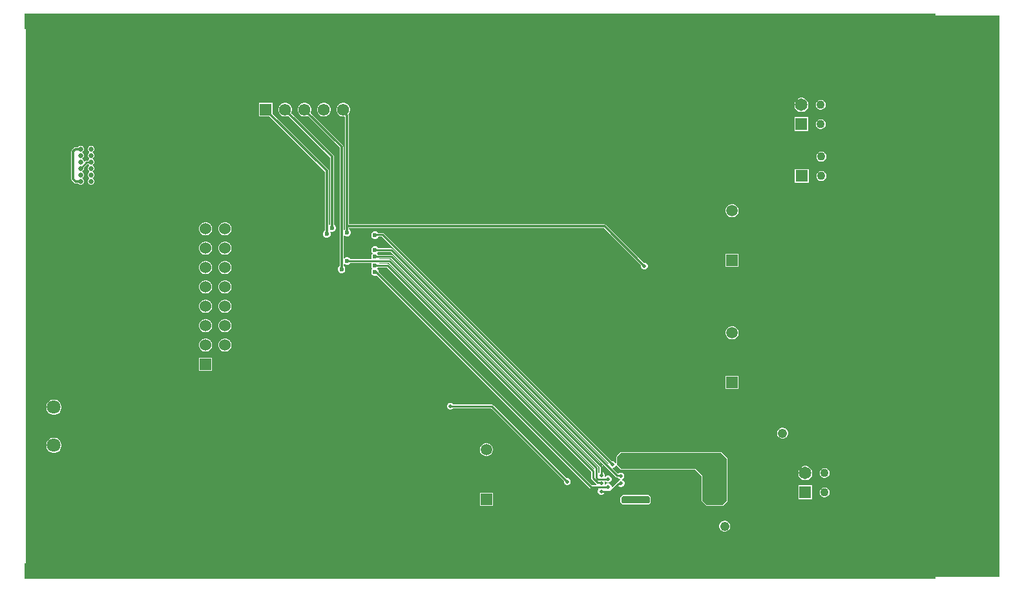
<source format=gbl>
G04*
G04 #@! TF.GenerationSoftware,Altium Limited,Altium Designer,25.3.3 (18)*
G04*
G04 Layer_Physical_Order=2*
G04 Layer_Color=16711680*
%FSLAX44Y44*%
%MOMM*%
G71*
G04*
G04 #@! TF.SameCoordinates,6D202E75-467B-4672-BE30-C010D47AD25D*
G04*
G04*
G04 #@! TF.FilePolarity,Positive*
G04*
G01*
G75*
%ADD10C,0.2500*%
%ADD13C,0.2540*%
%ADD69C,1.5700*%
%ADD70R,1.5700X1.5700*%
%ADD76C,0.3000*%
%ADD77C,0.2761*%
%ADD79R,119.5000X2.0000*%
%ADD80C,1.4980*%
%ADD81R,1.4980X1.4980*%
%ADD82O,1.7000X0.9000*%
%ADD83O,2.4000X0.9000*%
%ADD84R,0.6500X0.6500*%
%ADD85C,0.6500*%
%ADD86R,1.6500X1.6500*%
%ADD87C,1.6500*%
%ADD88C,1.1000*%
%ADD89C,1.2400*%
%ADD90R,1.5300X1.5300*%
%ADD91C,1.5300*%
%ADD92C,1.8000*%
%ADD93C,0.6000*%
%ADD94C,0.5000*%
%ADD95C,5.0000*%
G36*
X1278146Y2779D02*
X1854D01*
Y738306D01*
X1278146D01*
Y2779D01*
D02*
G37*
%LPC*%
G36*
X1044542Y627784D02*
X1042830D01*
X1041177Y627341D01*
X1039695Y626485D01*
X1038485Y625275D01*
X1037629Y623793D01*
X1037186Y622140D01*
Y620428D01*
X1037629Y618775D01*
X1038485Y617293D01*
X1039695Y616083D01*
X1041177Y615227D01*
X1042830Y614784D01*
X1044542D01*
X1046195Y615227D01*
X1047677Y616083D01*
X1048887Y617293D01*
X1049743Y618775D01*
X1050186Y620428D01*
Y622140D01*
X1049743Y623793D01*
X1048887Y625275D01*
X1047677Y626485D01*
X1046195Y627341D01*
X1044542Y627784D01*
D02*
G37*
G36*
X1019504Y630534D02*
X1017068D01*
X1014716Y629904D01*
X1012606Y628686D01*
X1010884Y626964D01*
X1009666Y624854D01*
X1009036Y622502D01*
Y620066D01*
X1009666Y617714D01*
X1010884Y615604D01*
X1012606Y613882D01*
X1014716Y612664D01*
X1017068Y612034D01*
X1019504D01*
X1021856Y612664D01*
X1023966Y613882D01*
X1025688Y615604D01*
X1026906Y617714D01*
X1027536Y620066D01*
Y622502D01*
X1026906Y624854D01*
X1025688Y626964D01*
X1023966Y628686D01*
X1021856Y629904D01*
X1019504Y630534D01*
D02*
G37*
G36*
X393595Y623784D02*
X391265D01*
X389014Y623181D01*
X386996Y622016D01*
X385348Y620368D01*
X384183Y618350D01*
X383580Y616099D01*
Y613769D01*
X384183Y611518D01*
X385348Y609500D01*
X386996Y607852D01*
X389014Y606687D01*
X391265Y606084D01*
X393595D01*
X395846Y606687D01*
X397864Y607852D01*
X399512Y609500D01*
X400677Y611518D01*
X401280Y613769D01*
Y616099D01*
X400677Y618350D01*
X399512Y620368D01*
X397864Y622016D01*
X395846Y623181D01*
X393595Y623784D01*
D02*
G37*
G36*
X1044542Y602384D02*
X1042830D01*
X1041177Y601941D01*
X1039695Y601085D01*
X1038485Y599875D01*
X1037629Y598393D01*
X1037186Y596740D01*
Y595028D01*
X1037629Y593375D01*
X1038485Y591893D01*
X1039695Y590683D01*
X1041177Y589827D01*
X1042830Y589384D01*
X1044542D01*
X1046195Y589827D01*
X1047677Y590683D01*
X1048887Y591893D01*
X1049743Y593375D01*
X1050186Y595028D01*
Y596740D01*
X1049743Y598393D01*
X1048887Y599875D01*
X1047677Y601085D01*
X1046195Y601941D01*
X1044542Y602384D01*
D02*
G37*
G36*
X1027536Y605134D02*
X1009036D01*
Y586634D01*
X1027536D01*
Y605134D01*
D02*
G37*
G36*
X1045304Y559966D02*
X1043592D01*
X1041939Y559523D01*
X1040457Y558667D01*
X1039247Y557457D01*
X1038391Y555975D01*
X1037948Y554322D01*
Y552610D01*
X1038391Y550957D01*
X1039247Y549475D01*
X1040457Y548265D01*
X1041939Y547409D01*
X1043592Y546966D01*
X1045304D01*
X1046957Y547409D01*
X1048439Y548265D01*
X1049649Y549475D01*
X1050505Y550957D01*
X1050948Y552610D01*
Y554322D01*
X1050505Y555975D01*
X1049649Y557457D01*
X1048439Y558667D01*
X1046957Y559523D01*
X1045304Y559966D01*
D02*
G37*
G36*
X88085Y567790D02*
X86395D01*
X84833Y567143D01*
X83637Y565947D01*
X82990Y564385D01*
Y562695D01*
X83637Y561133D01*
X84833Y559937D01*
X85188Y559790D01*
Y558790D01*
X84833Y558643D01*
X83637Y557447D01*
X82990Y555885D01*
Y554195D01*
X83637Y552633D01*
X84833Y551437D01*
X85188Y551290D01*
Y550290D01*
X84833Y550143D01*
X83637Y548947D01*
X83349Y548252D01*
X81525D01*
X80596Y548067D01*
X79808Y547541D01*
X78914Y546646D01*
X77990Y547029D01*
Y547385D01*
X77343Y548947D01*
X76147Y550143D01*
X75792Y550290D01*
Y551290D01*
X76147Y551437D01*
X77343Y552633D01*
X77990Y554195D01*
Y555885D01*
X77343Y557447D01*
X76147Y558643D01*
X75793Y558790D01*
Y559790D01*
X76147Y559937D01*
X77343Y561133D01*
X77990Y562695D01*
Y564385D01*
X77343Y565947D01*
X76147Y567143D01*
X74585Y567790D01*
X72895D01*
X71333Y567143D01*
X70279Y566089D01*
X67224D01*
X66248Y565895D01*
X65422Y565342D01*
X62206Y562126D01*
X61653Y561300D01*
X61459Y560324D01*
Y524510D01*
X61653Y523535D01*
X62206Y522708D01*
X65676Y519238D01*
X66503Y518685D01*
X67478Y518491D01*
X70279D01*
X71333Y517437D01*
X72895Y516790D01*
X74585D01*
X76147Y517437D01*
X77343Y518633D01*
X77990Y520195D01*
Y521885D01*
X77343Y523447D01*
X76147Y524643D01*
X75793Y524790D01*
Y525790D01*
X76147Y525937D01*
X77343Y527132D01*
X77990Y528695D01*
Y530385D01*
X77343Y531947D01*
X76147Y533143D01*
X75792Y533290D01*
Y534290D01*
X76147Y534437D01*
X77343Y535633D01*
X77990Y537195D01*
Y538857D01*
X82530Y543397D01*
X84372D01*
X84833Y542937D01*
X85188Y542790D01*
Y541790D01*
X84833Y541643D01*
X83637Y540447D01*
X82990Y538885D01*
Y537195D01*
X83637Y535633D01*
X84833Y534437D01*
X85188Y534290D01*
Y533290D01*
X84833Y533143D01*
X83637Y531947D01*
X82990Y530385D01*
Y528695D01*
X83637Y527132D01*
X84833Y525937D01*
X85188Y525790D01*
Y524790D01*
X84833Y524643D01*
X83637Y523447D01*
X82990Y521885D01*
Y520195D01*
X83637Y518633D01*
X84833Y517437D01*
X86395Y516790D01*
X88085D01*
X89647Y517437D01*
X90843Y518633D01*
X91490Y520195D01*
Y521885D01*
X90843Y523447D01*
X89647Y524643D01*
X89293Y524790D01*
Y525790D01*
X89647Y525937D01*
X90843Y527132D01*
X91490Y528695D01*
Y530385D01*
X90843Y531947D01*
X89647Y533143D01*
X89292Y533290D01*
Y534290D01*
X89647Y534437D01*
X90843Y535633D01*
X91490Y537195D01*
Y538885D01*
X90843Y540447D01*
X89647Y541643D01*
X89292Y541790D01*
Y542790D01*
X89647Y542937D01*
X90843Y544133D01*
X91490Y545695D01*
Y547385D01*
X90843Y548947D01*
X89647Y550143D01*
X89292Y550290D01*
Y551290D01*
X89647Y551437D01*
X90843Y552633D01*
X91490Y554195D01*
Y555885D01*
X90843Y557447D01*
X89647Y558643D01*
X89293Y558790D01*
Y559790D01*
X89647Y559937D01*
X90843Y561133D01*
X91490Y562695D01*
Y564385D01*
X90843Y565947D01*
X89647Y567143D01*
X88085Y567790D01*
D02*
G37*
G36*
X1045304Y534566D02*
X1043592D01*
X1041939Y534123D01*
X1040457Y533267D01*
X1039247Y532057D01*
X1038391Y530575D01*
X1037948Y528922D01*
Y527210D01*
X1038391Y525557D01*
X1039247Y524075D01*
X1040457Y522865D01*
X1041939Y522009D01*
X1043592Y521566D01*
X1045304D01*
X1046957Y522009D01*
X1048439Y522865D01*
X1049649Y524075D01*
X1050505Y525557D01*
X1050948Y527210D01*
Y528922D01*
X1050505Y530575D01*
X1049649Y532057D01*
X1048439Y533267D01*
X1046957Y534123D01*
X1045304Y534566D01*
D02*
G37*
G36*
X1028298Y537316D02*
X1009798D01*
Y518816D01*
X1028298D01*
Y537316D01*
D02*
G37*
G36*
X928618Y490990D02*
X926382D01*
X924223Y490411D01*
X922287Y489294D01*
X920706Y487713D01*
X919589Y485777D01*
X919010Y483618D01*
Y481382D01*
X919589Y479223D01*
X920706Y477287D01*
X922287Y475706D01*
X924223Y474589D01*
X926382Y474010D01*
X928618D01*
X930777Y474589D01*
X932713Y475706D01*
X934294Y477287D01*
X935411Y479223D01*
X935990Y481382D01*
Y483618D01*
X935411Y485777D01*
X934294Y487713D01*
X932713Y489294D01*
X930777Y490411D01*
X928618Y490990D01*
D02*
G37*
G36*
X342795Y623784D02*
X340465D01*
X338214Y623181D01*
X336196Y622016D01*
X334548Y620368D01*
X333383Y618350D01*
X332780Y616099D01*
Y613769D01*
X333383Y611518D01*
X334548Y609500D01*
X336196Y607852D01*
X338214Y606687D01*
X340465Y606084D01*
X342795D01*
X345046Y606687D01*
X345823Y607136D01*
X400549Y552410D01*
Y464350D01*
X400266Y464233D01*
X399789Y463756D01*
X398789Y464170D01*
Y534924D01*
X398595Y535899D01*
X398042Y536726D01*
X325080Y609689D01*
Y623784D01*
X307380D01*
Y606084D01*
X321475D01*
X393691Y533868D01*
Y456222D01*
X393408Y456105D01*
X392001Y454698D01*
X391240Y452861D01*
Y450871D01*
X392001Y449034D01*
X393408Y447627D01*
X395245Y446866D01*
X397235D01*
X399072Y447627D01*
X400479Y449034D01*
X401240Y450871D01*
Y452861D01*
X400536Y454561D01*
X400792Y454988D01*
X401202Y455368D01*
X402103Y454994D01*
X404093D01*
X405930Y455755D01*
X407337Y457162D01*
X408098Y458999D01*
Y460989D01*
X407337Y462826D01*
X405930Y464233D01*
X405647Y464350D01*
Y553466D01*
X405453Y554441D01*
X404900Y555268D01*
X349428Y610741D01*
X349877Y611518D01*
X350480Y613769D01*
Y616099D01*
X349877Y618350D01*
X348712Y620368D01*
X347064Y622016D01*
X345046Y623181D01*
X342795Y623784D01*
D02*
G37*
G36*
X418995D02*
X416665D01*
X414414Y623181D01*
X412396Y622016D01*
X410748Y620368D01*
X409583Y618350D01*
X408980Y616099D01*
Y613769D01*
X409583Y611518D01*
X410748Y609500D01*
X412396Y607852D01*
X414414Y606687D01*
X416665Y606084D01*
X418995D01*
X419552Y606233D01*
X420360Y605553D01*
Y462026D01*
X420361Y462023D01*
Y458508D01*
X420078Y458391D01*
X419093Y457406D01*
X418093Y457820D01*
Y566420D01*
X417899Y567396D01*
X417346Y568222D01*
X374828Y610741D01*
X375277Y611518D01*
X375880Y613769D01*
Y616099D01*
X375277Y618350D01*
X374112Y620368D01*
X372464Y622016D01*
X370446Y623181D01*
X368195Y623784D01*
X365865D01*
X363614Y623181D01*
X361596Y622016D01*
X359948Y620368D01*
X358783Y618350D01*
X358180Y616099D01*
Y613769D01*
X358783Y611518D01*
X359948Y609500D01*
X361596Y607852D01*
X363614Y606687D01*
X365865Y606084D01*
X368195D01*
X370446Y606687D01*
X371223Y607136D01*
X412995Y565364D01*
Y410248D01*
X412712Y410131D01*
X411305Y408724D01*
X410544Y406887D01*
Y404897D01*
X411305Y403060D01*
X412712Y401653D01*
X414549Y400892D01*
X416539D01*
X418376Y401653D01*
X419783Y403060D01*
X420544Y404897D01*
Y406887D01*
X419783Y408724D01*
X418376Y410131D01*
X418093Y410248D01*
Y412892D01*
X419093Y413306D01*
X420078Y412321D01*
X421915Y411560D01*
X423905D01*
X425742Y412321D01*
X427149Y413728D01*
X427363Y414245D01*
X454636D01*
X455121Y413246D01*
X454486Y411713D01*
Y409723D01*
X455247Y407886D01*
X456479Y406654D01*
X455247Y405422D01*
X454486Y403585D01*
Y401595D01*
X455247Y399758D01*
X456654Y398351D01*
X458491Y397590D01*
X460481D01*
X461717Y398102D01*
X740805Y119013D01*
X741556Y118512D01*
X742442Y118336D01*
X751761D01*
X752144Y117412D01*
X752089Y117357D01*
X751404Y115703D01*
Y113913D01*
X752089Y112259D01*
X753355Y110993D01*
X755009Y110308D01*
X756799D01*
X758453Y110993D01*
X759719Y112259D01*
X759816Y112493D01*
X768096D01*
X768982Y112670D01*
X769733Y113171D01*
X778644Y122083D01*
X779370Y121357D01*
X781024Y120672D01*
X782814D01*
X784468Y121357D01*
X785734Y122623D01*
X786419Y124277D01*
Y126067D01*
X785734Y127721D01*
X784468Y128987D01*
X783219Y129504D01*
Y130586D01*
X784361Y131059D01*
X785627Y132325D01*
X786312Y133979D01*
Y135769D01*
X785627Y137423D01*
X784361Y138689D01*
X782707Y139374D01*
X780917D01*
X779263Y138689D01*
X778233Y137659D01*
X777728D01*
X770872Y144515D01*
X771255Y145439D01*
X771468D01*
X773122Y146124D01*
X774388Y147390D01*
X774884Y148588D01*
X775329Y148688D01*
X775966Y148588D01*
X775967Y148587D01*
X775967D01*
X781428Y143126D01*
X782193Y142809D01*
X879154D01*
X887664Y134299D01*
Y102561D01*
X887663Y102561D01*
X887981Y101795D01*
X887981Y101795D01*
X893696Y96080D01*
X894461Y95763D01*
X914400D01*
X914777Y95920D01*
X915157Y96072D01*
X920999Y101787D01*
X921001Y101793D01*
X921007Y101795D01*
X921164Y102173D01*
X921324Y102549D01*
X921322Y102555D01*
X921324Y102561D01*
Y105410D01*
Y157480D01*
X921007Y158245D01*
X921007Y158245D01*
X912879Y166373D01*
X912114Y166690D01*
X911501Y166436D01*
X782320D01*
X781555Y166119D01*
X781555Y166119D01*
X777751Y162316D01*
X777739Y162311D01*
X776473Y161045D01*
X776468Y161033D01*
X775967Y160531D01*
X775650Y159766D01*
Y152054D01*
X774650Y151855D01*
X774388Y152488D01*
X773122Y153754D01*
X771468Y154439D01*
X769678D01*
X769443Y154342D01*
X471044Y452741D01*
X470294Y453242D01*
X469408Y453419D01*
X466264D01*
X465762Y453318D01*
X463581D01*
X462318Y454581D01*
X460481Y455342D01*
X458491D01*
X456654Y454581D01*
X455247Y453174D01*
X454486Y451337D01*
Y449347D01*
X455247Y447510D01*
X456654Y446103D01*
X458491Y445342D01*
X460481D01*
X462318Y446103D01*
X463725Y447510D01*
X464213Y448690D01*
X466164D01*
X466667Y448789D01*
X468449D01*
X765694Y151545D01*
X765621Y151181D01*
X764535Y150852D01*
X482751Y432637D01*
X482000Y433138D01*
X481114Y433315D01*
X463939D01*
X463725Y433832D01*
X462318Y435239D01*
X460481Y436000D01*
X458491D01*
X456654Y435239D01*
X455247Y433832D01*
X454486Y431995D01*
Y430005D01*
X455247Y428168D01*
X456124Y427291D01*
X456570Y426638D01*
X456124Y425985D01*
X455247Y425108D01*
X454486Y423271D01*
Y421282D01*
X455069Y419874D01*
X454510Y418875D01*
X427363D01*
X427149Y419392D01*
X425742Y420799D01*
X423905Y421560D01*
X421915D01*
X420078Y420799D01*
X419093Y419814D01*
X418093Y420228D01*
Y450484D01*
X419093Y450898D01*
X420078Y449913D01*
X421915Y449152D01*
X423905D01*
X425742Y449913D01*
X427149Y451320D01*
X427910Y453157D01*
Y455147D01*
X427149Y456984D01*
X425742Y458391D01*
X425459Y458508D01*
Y459477D01*
X759420D01*
X808046Y410851D01*
X808046Y410851D01*
Y409061D01*
X808731Y407407D01*
X809997Y406141D01*
X811651Y405456D01*
X813441D01*
X815095Y406141D01*
X816361Y407407D01*
X817046Y409061D01*
Y410851D01*
X816361Y412505D01*
X815095Y413771D01*
X813441Y414456D01*
X811651D01*
X811651Y414456D01*
X762278Y463828D01*
X761451Y464381D01*
X760476Y464575D01*
X425458D01*
Y606827D01*
X425264Y607802D01*
X424712Y608629D01*
X424376Y608965D01*
X424912Y609500D01*
X426077Y611518D01*
X426680Y613769D01*
Y616099D01*
X426077Y618350D01*
X424912Y620368D01*
X423264Y622016D01*
X421246Y623181D01*
X418995Y623784D01*
D02*
G37*
G36*
X264029Y467628D02*
X261751D01*
X259551Y467038D01*
X257579Y465900D01*
X255968Y464289D01*
X254830Y462317D01*
X254240Y460117D01*
Y457839D01*
X254830Y455639D01*
X255968Y453667D01*
X257579Y452056D01*
X259551Y450918D01*
X261751Y450328D01*
X264029D01*
X266229Y450918D01*
X268201Y452056D01*
X269812Y453667D01*
X270951Y455639D01*
X271540Y457839D01*
Y460117D01*
X270951Y462317D01*
X269812Y464289D01*
X268201Y465900D01*
X266229Y467038D01*
X264029Y467628D01*
D02*
G37*
G36*
X238629D02*
X236351D01*
X234151Y467038D01*
X232179Y465900D01*
X230568Y464289D01*
X229429Y462317D01*
X228840Y460117D01*
Y457839D01*
X229429Y455639D01*
X230568Y453667D01*
X232179Y452056D01*
X234151Y450918D01*
X236351Y450328D01*
X238629D01*
X240829Y450918D01*
X242801Y452056D01*
X244412Y453667D01*
X245550Y455639D01*
X246140Y457839D01*
Y460117D01*
X245550Y462317D01*
X244412Y464289D01*
X242801Y465900D01*
X240829Y467038D01*
X238629Y467628D01*
D02*
G37*
G36*
X264029Y442228D02*
X261751D01*
X259551Y441638D01*
X257579Y440500D01*
X255968Y438889D01*
X254830Y436917D01*
X254240Y434717D01*
Y432439D01*
X254830Y430239D01*
X255968Y428267D01*
X257579Y426656D01*
X259551Y425518D01*
X261751Y424928D01*
X264029D01*
X266229Y425518D01*
X268201Y426656D01*
X269812Y428267D01*
X270951Y430239D01*
X271540Y432439D01*
Y434717D01*
X270951Y436917D01*
X269812Y438889D01*
X268201Y440500D01*
X266229Y441638D01*
X264029Y442228D01*
D02*
G37*
G36*
X238629D02*
X236351D01*
X234151Y441638D01*
X232179Y440500D01*
X230568Y438889D01*
X229429Y436917D01*
X228840Y434717D01*
Y432439D01*
X229429Y430239D01*
X230568Y428267D01*
X232179Y426656D01*
X234151Y425518D01*
X236351Y424928D01*
X238629D01*
X240829Y425518D01*
X242801Y426656D01*
X244412Y428267D01*
X245550Y430239D01*
X246140Y432439D01*
Y434717D01*
X245550Y436917D01*
X244412Y438889D01*
X242801Y440500D01*
X240829Y441638D01*
X238629Y442228D01*
D02*
G37*
G36*
X935990Y425990D02*
X919010D01*
Y409010D01*
X935990D01*
Y425990D01*
D02*
G37*
G36*
X264029Y416828D02*
X261751D01*
X259551Y416239D01*
X257579Y415100D01*
X255968Y413489D01*
X254830Y411517D01*
X254240Y409317D01*
Y407039D01*
X254830Y404839D01*
X255968Y402867D01*
X257579Y401256D01*
X259551Y400117D01*
X261751Y399528D01*
X264029D01*
X266229Y400117D01*
X268201Y401256D01*
X269812Y402867D01*
X270951Y404839D01*
X271540Y407039D01*
Y409317D01*
X270951Y411517D01*
X269812Y413489D01*
X268201Y415100D01*
X266229Y416239D01*
X264029Y416828D01*
D02*
G37*
G36*
X238629D02*
X236351D01*
X234151Y416239D01*
X232179Y415100D01*
X230568Y413489D01*
X229429Y411517D01*
X228840Y409317D01*
Y407039D01*
X229429Y404839D01*
X230568Y402867D01*
X232179Y401256D01*
X234151Y400117D01*
X236351Y399528D01*
X238629D01*
X240829Y400117D01*
X242801Y401256D01*
X244412Y402867D01*
X245550Y404839D01*
X246140Y407039D01*
Y409317D01*
X245550Y411517D01*
X244412Y413489D01*
X242801Y415100D01*
X240829Y416239D01*
X238629Y416828D01*
D02*
G37*
G36*
X264029Y391428D02*
X261751D01*
X259551Y390839D01*
X257579Y389700D01*
X255968Y388089D01*
X254830Y386117D01*
X254240Y383917D01*
Y381639D01*
X254830Y379439D01*
X255968Y377467D01*
X257579Y375856D01*
X259551Y374717D01*
X261751Y374128D01*
X264029D01*
X266229Y374717D01*
X268201Y375856D01*
X269812Y377467D01*
X270951Y379439D01*
X271540Y381639D01*
Y383917D01*
X270951Y386117D01*
X269812Y388089D01*
X268201Y389700D01*
X266229Y390839D01*
X264029Y391428D01*
D02*
G37*
G36*
X238629D02*
X236351D01*
X234151Y390839D01*
X232179Y389700D01*
X230568Y388089D01*
X229429Y386117D01*
X228840Y383917D01*
Y381639D01*
X229429Y379439D01*
X230568Y377467D01*
X232179Y375856D01*
X234151Y374717D01*
X236351Y374128D01*
X238629D01*
X240829Y374717D01*
X242801Y375856D01*
X244412Y377467D01*
X245550Y379439D01*
X246140Y381639D01*
Y383917D01*
X245550Y386117D01*
X244412Y388089D01*
X242801Y389700D01*
X240829Y390839D01*
X238629Y391428D01*
D02*
G37*
G36*
X264029Y366028D02*
X261751D01*
X259551Y365438D01*
X257579Y364300D01*
X255968Y362689D01*
X254830Y360717D01*
X254240Y358517D01*
Y356239D01*
X254830Y354039D01*
X255968Y352067D01*
X257579Y350456D01*
X259551Y349318D01*
X261751Y348728D01*
X264029D01*
X266229Y349318D01*
X268201Y350456D01*
X269812Y352067D01*
X270951Y354039D01*
X271540Y356239D01*
Y358517D01*
X270951Y360717D01*
X269812Y362689D01*
X268201Y364300D01*
X266229Y365438D01*
X264029Y366028D01*
D02*
G37*
G36*
X238629D02*
X236351D01*
X234151Y365438D01*
X232179Y364300D01*
X230568Y362689D01*
X229429Y360717D01*
X228840Y358517D01*
Y356239D01*
X229429Y354039D01*
X230568Y352067D01*
X232179Y350456D01*
X234151Y349318D01*
X236351Y348728D01*
X238629D01*
X240829Y349318D01*
X242801Y350456D01*
X244412Y352067D01*
X245550Y354039D01*
X246140Y356239D01*
Y358517D01*
X245550Y360717D01*
X244412Y362689D01*
X242801Y364300D01*
X240829Y365438D01*
X238629Y366028D01*
D02*
G37*
G36*
X264029Y340628D02*
X261751D01*
X259551Y340038D01*
X257579Y338900D01*
X255968Y337289D01*
X254830Y335317D01*
X254240Y333117D01*
Y330839D01*
X254830Y328639D01*
X255968Y326667D01*
X257579Y325056D01*
X259551Y323918D01*
X261751Y323328D01*
X264029D01*
X266229Y323918D01*
X268201Y325056D01*
X269812Y326667D01*
X270951Y328639D01*
X271540Y330839D01*
Y333117D01*
X270951Y335317D01*
X269812Y337289D01*
X268201Y338900D01*
X266229Y340038D01*
X264029Y340628D01*
D02*
G37*
G36*
X238629D02*
X236351D01*
X234151Y340038D01*
X232179Y338900D01*
X230568Y337289D01*
X229429Y335317D01*
X228840Y333117D01*
Y330839D01*
X229429Y328639D01*
X230568Y326667D01*
X232179Y325056D01*
X234151Y323918D01*
X236351Y323328D01*
X238629D01*
X240829Y323918D01*
X242801Y325056D01*
X244412Y326667D01*
X245550Y328639D01*
X246140Y330839D01*
Y333117D01*
X245550Y335317D01*
X244412Y337289D01*
X242801Y338900D01*
X240829Y340038D01*
X238629Y340628D01*
D02*
G37*
G36*
X928618Y330990D02*
X926382D01*
X924223Y330411D01*
X922287Y329294D01*
X920706Y327713D01*
X919589Y325777D01*
X919010Y323618D01*
Y321382D01*
X919589Y319223D01*
X920706Y317287D01*
X922287Y315706D01*
X924223Y314589D01*
X926382Y314010D01*
X928618D01*
X930777Y314589D01*
X932713Y315706D01*
X934294Y317287D01*
X935411Y319223D01*
X935990Y321382D01*
Y323618D01*
X935411Y325777D01*
X934294Y327713D01*
X932713Y329294D01*
X930777Y330411D01*
X928618Y330990D01*
D02*
G37*
G36*
X264029Y315228D02*
X261751D01*
X259551Y314639D01*
X257579Y313500D01*
X255968Y311889D01*
X254830Y309917D01*
X254240Y307717D01*
Y305439D01*
X254830Y303239D01*
X255968Y301267D01*
X257579Y299656D01*
X259551Y298517D01*
X261751Y297928D01*
X264029D01*
X266229Y298517D01*
X268201Y299656D01*
X269812Y301267D01*
X270951Y303239D01*
X271540Y305439D01*
Y307717D01*
X270951Y309917D01*
X269812Y311889D01*
X268201Y313500D01*
X266229Y314639D01*
X264029Y315228D01*
D02*
G37*
G36*
X238629D02*
X236351D01*
X234151Y314639D01*
X232179Y313500D01*
X230568Y311889D01*
X229429Y309917D01*
X228840Y307717D01*
Y305439D01*
X229429Y303239D01*
X230568Y301267D01*
X232179Y299656D01*
X234151Y298517D01*
X236351Y297928D01*
X238629D01*
X240829Y298517D01*
X242801Y299656D01*
X244412Y301267D01*
X245550Y303239D01*
X246140Y305439D01*
Y307717D01*
X245550Y309917D01*
X244412Y311889D01*
X242801Y313500D01*
X240829Y314639D01*
X238629Y315228D01*
D02*
G37*
G36*
X246140Y289828D02*
X228840D01*
Y272528D01*
X246140D01*
Y289828D01*
D02*
G37*
G36*
X935990Y265990D02*
X919010D01*
Y249010D01*
X935990D01*
Y265990D01*
D02*
G37*
G36*
X39925Y235000D02*
X37292D01*
X34748Y234319D01*
X32468Y233002D01*
X30606Y231140D01*
X29290Y228860D01*
X28608Y226317D01*
Y223683D01*
X29290Y221140D01*
X30606Y218860D01*
X32468Y216998D01*
X34748Y215681D01*
X37292Y215000D01*
X39925D01*
X42468Y215681D01*
X44748Y216998D01*
X46610Y218860D01*
X47927Y221140D01*
X48608Y223683D01*
Y226317D01*
X47927Y228860D01*
X46610Y231140D01*
X44748Y233002D01*
X42468Y234319D01*
X39925Y235000D01*
D02*
G37*
G36*
X994596Y198208D02*
X992700D01*
X990869Y197717D01*
X989227Y196769D01*
X987887Y195429D01*
X986939Y193787D01*
X986448Y191956D01*
Y190060D01*
X986939Y188229D01*
X987887Y186587D01*
X989227Y185247D01*
X990869Y184299D01*
X992700Y183808D01*
X994596D01*
X996427Y184299D01*
X998069Y185247D01*
X999409Y186587D01*
X1000357Y188229D01*
X1000848Y190060D01*
Y191956D01*
X1000357Y193787D01*
X999409Y195429D01*
X998069Y196769D01*
X996427Y197717D01*
X994596Y198208D01*
D02*
G37*
G36*
X39925Y185000D02*
X37292D01*
X34748Y184319D01*
X32468Y183002D01*
X30606Y181140D01*
X29290Y178860D01*
X28608Y176317D01*
Y173683D01*
X29290Y171140D01*
X30606Y168860D01*
X32468Y166998D01*
X34748Y165681D01*
X37292Y165000D01*
X39925D01*
X42468Y165681D01*
X44748Y166998D01*
X46610Y168860D01*
X47927Y171140D01*
X48608Y173683D01*
Y176317D01*
X47927Y178860D01*
X46610Y181140D01*
X44748Y183002D01*
X42468Y184319D01*
X39925Y185000D01*
D02*
G37*
G36*
X606506Y177896D02*
X604270D01*
X602111Y177317D01*
X600175Y176200D01*
X598594Y174619D01*
X597477Y172683D01*
X596898Y170524D01*
Y168288D01*
X597477Y166129D01*
X598594Y164193D01*
X600175Y162612D01*
X602111Y161495D01*
X604270Y160916D01*
X606506D01*
X608665Y161495D01*
X610601Y162612D01*
X612182Y164193D01*
X613299Y166129D01*
X613878Y168288D01*
Y170524D01*
X613299Y172683D01*
X612182Y174619D01*
X610601Y176200D01*
X608665Y177317D01*
X606506Y177896D01*
D02*
G37*
G36*
X1049622Y145184D02*
X1047910D01*
X1046257Y144741D01*
X1044775Y143885D01*
X1043565Y142675D01*
X1042709Y141193D01*
X1042266Y139540D01*
Y137828D01*
X1042709Y136175D01*
X1043565Y134693D01*
X1044775Y133483D01*
X1046257Y132627D01*
X1047910Y132184D01*
X1049622D01*
X1051275Y132627D01*
X1052757Y133483D01*
X1053967Y134693D01*
X1054823Y136175D01*
X1055266Y137828D01*
Y139540D01*
X1054823Y141193D01*
X1053967Y142675D01*
X1052757Y143885D01*
X1051275Y144741D01*
X1049622Y145184D01*
D02*
G37*
G36*
X1024584Y147934D02*
X1022148D01*
X1019796Y147304D01*
X1017686Y146086D01*
X1015964Y144364D01*
X1014746Y142254D01*
X1014116Y139902D01*
Y137466D01*
X1014746Y135114D01*
X1015964Y133004D01*
X1017686Y131282D01*
X1019796Y130064D01*
X1022148Y129434D01*
X1024584D01*
X1026936Y130064D01*
X1029046Y131282D01*
X1030768Y133004D01*
X1031986Y135114D01*
X1032616Y137466D01*
Y139902D01*
X1031986Y142254D01*
X1030768Y144364D01*
X1029046Y146086D01*
X1026936Y147304D01*
X1024584Y147934D01*
D02*
G37*
G36*
X559187Y230814D02*
X557397D01*
X555743Y230129D01*
X554477Y228863D01*
X553792Y227209D01*
Y225419D01*
X554477Y223765D01*
X555743Y222499D01*
X557397Y221814D01*
X559187D01*
X560841Y222499D01*
X562107Y223765D01*
X562213Y224020D01*
X611698D01*
X707060Y128658D01*
X706954Y128403D01*
Y126613D01*
X707639Y124959D01*
X708905Y123693D01*
X710559Y123008D01*
X712349D01*
X714003Y123693D01*
X715269Y124959D01*
X715954Y126613D01*
Y128403D01*
X715269Y130057D01*
X714003Y131323D01*
X712349Y132008D01*
X710559D01*
X710304Y131902D01*
X614270Y227936D01*
X613526Y228433D01*
X612648Y228608D01*
X562213D01*
X562107Y228863D01*
X560841Y230129D01*
X559187Y230814D01*
D02*
G37*
G36*
X1049622Y119784D02*
X1047910D01*
X1046257Y119341D01*
X1044775Y118485D01*
X1043565Y117275D01*
X1042709Y115793D01*
X1042266Y114140D01*
Y112428D01*
X1042709Y110775D01*
X1043565Y109293D01*
X1044775Y108083D01*
X1046257Y107227D01*
X1047910Y106784D01*
X1049622D01*
X1051275Y107227D01*
X1052757Y108083D01*
X1053967Y109293D01*
X1054823Y110775D01*
X1055266Y112428D01*
Y114140D01*
X1054823Y115793D01*
X1053967Y117275D01*
X1052757Y118485D01*
X1051275Y119341D01*
X1049622Y119784D01*
D02*
G37*
G36*
X1032616Y122534D02*
X1014116D01*
Y104034D01*
X1032616D01*
Y122534D01*
D02*
G37*
G36*
X784098Y109794D02*
X783333Y109477D01*
X781555Y107699D01*
X781238Y106934D01*
Y100584D01*
X781238Y100584D01*
X781555Y99819D01*
X783333Y98041D01*
X784098Y97724D01*
X818134D01*
X818134Y97724D01*
X818899Y98041D01*
X820677Y99819D01*
X820994Y100584D01*
Y106934D01*
X820994Y106934D01*
X820677Y107699D01*
X818899Y109477D01*
X818134Y109794D01*
X784098D01*
X784098Y109794D01*
D02*
G37*
G36*
X613878Y112896D02*
X596898D01*
Y95916D01*
X613878D01*
Y112896D01*
D02*
G37*
G36*
X918650Y76288D02*
X916754D01*
X914923Y75797D01*
X913281Y74849D01*
X911941Y73509D01*
X910993Y71867D01*
X910502Y70036D01*
Y68140D01*
X910993Y66309D01*
X911941Y64667D01*
X913281Y63327D01*
X914923Y62379D01*
X916754Y61888D01*
X918650D01*
X920481Y62379D01*
X922123Y63327D01*
X923463Y64667D01*
X924411Y66309D01*
X924902Y68140D01*
Y70036D01*
X924411Y71867D01*
X923463Y73509D01*
X922123Y74849D01*
X920481Y75797D01*
X918650Y76288D01*
D02*
G37*
%LPD*%
G36*
X746991Y145086D02*
X746912Y144489D01*
X745856Y144131D01*
X477633Y412355D01*
X476882Y412856D01*
X475996Y413032D01*
X464859D01*
X464726Y413246D01*
X465279Y414245D01*
X477831D01*
X746991Y145086D01*
D02*
G37*
G36*
X753589Y146869D02*
Y139550D01*
X753584Y139546D01*
X753355Y139451D01*
X753068Y139164D01*
X752824Y138983D01*
X751869Y139379D01*
Y145796D01*
X751692Y146682D01*
X751191Y147433D01*
X480427Y418197D01*
X479676Y418698D01*
X478790Y418875D01*
X465522D01*
X464949Y419874D01*
X465000Y419962D01*
X480497D01*
X753589Y146869D01*
D02*
G37*
G36*
X775133Y133708D02*
X775884Y133206D01*
X776769Y133030D01*
X777705D01*
X777997Y132325D01*
X779263Y131059D01*
X780511Y130542D01*
Y129460D01*
X779370Y128987D01*
X778104Y127721D01*
X777896Y127220D01*
X777382Y127118D01*
X776631Y126616D01*
X770548Y120533D01*
X769548Y120947D01*
Y121545D01*
X768863Y123199D01*
X767597Y124465D01*
X765943Y125150D01*
X764153D01*
X762499Y124465D01*
X761480Y123447D01*
X761013Y123438D01*
X760370Y124270D01*
X760343Y124434D01*
X760404Y124581D01*
Y126371D01*
X760103Y127098D01*
X760421Y127800D01*
X760657Y128083D01*
X761422Y128072D01*
X762499Y126995D01*
X764153Y126310D01*
X765943D01*
X767597Y126995D01*
X768863Y128261D01*
X769548Y129915D01*
Y131705D01*
X768863Y133359D01*
X767597Y134625D01*
X765943Y135310D01*
X764153D01*
X762499Y134625D01*
X761480Y133607D01*
X761013Y133598D01*
X760370Y134430D01*
X760343Y134594D01*
X760404Y134741D01*
Y136531D01*
X759719Y138185D01*
X758453Y139451D01*
X758219Y139548D01*
Y147828D01*
X758042Y148714D01*
X757541Y149465D01*
X483093Y423913D01*
X482342Y424414D01*
X481456Y424590D01*
X463939D01*
X463725Y425108D01*
X462848Y425985D01*
X462402Y426638D01*
X462848Y427291D01*
X463725Y428168D01*
X463939Y428685D01*
X480155D01*
X775133Y133708D01*
D02*
G37*
G36*
X742667Y140773D02*
Y131864D01*
X742844Y130978D01*
X743345Y130227D01*
X749262Y124310D01*
X749780Y123965D01*
X749520Y122964D01*
X743401D01*
X464486Y401879D01*
Y403585D01*
X463725Y405422D01*
X462493Y406654D01*
X463725Y407886D01*
X463939Y408404D01*
X475037D01*
X742667Y140773D01*
D02*
G37*
G36*
X920242Y157480D02*
Y105410D01*
Y102561D01*
X914400Y96846D01*
X894461D01*
X888746Y102561D01*
Y134747D01*
X879602Y143891D01*
X782193D01*
X776732Y149352D01*
Y159766D01*
X782320Y165354D01*
X911860D01*
X912114Y165608D01*
X920242Y157480D01*
D02*
G37*
G36*
X819912Y106934D02*
Y100584D01*
X818134Y98806D01*
X784098D01*
X782320Y100584D01*
Y106934D01*
X784098Y108712D01*
X818134D01*
X819912Y106934D01*
D02*
G37*
D10*
X612648Y226314D02*
X711454Y127508D01*
X558292Y226314D02*
X612648D01*
D13*
X778268Y124979D02*
X781726D01*
X755650Y114808D02*
X768096D01*
X781726Y124979D02*
X781919Y125172D01*
X768096Y114808D02*
X778268Y124979D01*
X781341Y135345D02*
X781812Y134874D01*
X776769Y135345D02*
X781341D01*
X481114Y431000D02*
X776769Y135345D01*
X459486Y431000D02*
X481114D01*
X460148Y451004D02*
X466164D01*
X466264Y451104D02*
X469408D01*
X459486Y450342D02*
X460148Y451004D01*
X466164D02*
X466264Y451104D01*
X742442Y120650D02*
X765048D01*
X460502Y402590D02*
X742442Y120650D01*
X750899Y125947D02*
X755433D01*
X744982Y131864D02*
X750899Y125947D01*
X749554Y132298D02*
Y145796D01*
X755433Y125947D02*
X755904Y125476D01*
X744982Y131864D02*
Y141732D01*
X751042Y130810D02*
X765048D01*
X749554Y132298D02*
X751042Y130810D01*
X460502Y410718D02*
X475996D01*
X744982Y141732D01*
X755904Y135636D02*
Y147828D01*
X423418Y416560D02*
X478790D01*
X749554Y145796D01*
X459994Y422276D02*
X481456D01*
X755904Y147828D01*
X469408Y451104D02*
X770573Y149939D01*
X814451Y103505D02*
X814578Y103378D01*
X787607Y103505D02*
X814451D01*
X787480Y103632D02*
X787607Y103505D01*
D69*
X443230Y614934D02*
D03*
X417830D02*
D03*
X392430D02*
D03*
X367030D02*
D03*
X341630D02*
D03*
D70*
X316230D02*
D03*
D76*
X835546Y11938D02*
X861060D01*
X709168Y86868D02*
X754586D01*
X400431Y331343D02*
Y405511D01*
X791847Y125698D02*
X794004Y127856D01*
Y128397D01*
X793621Y128780D02*
X794004Y128397D01*
X793621Y128780D02*
Y130143D01*
X788670Y128397D02*
X789053Y128780D01*
Y129889D01*
X791464Y132301D02*
X793621Y130143D01*
X789053Y129889D02*
X791464Y132301D01*
X791847Y124129D02*
Y125698D01*
X791464Y132301D02*
Y132842D01*
X754586Y86868D02*
X791464Y123746D01*
X760476Y462026D02*
X812546Y409956D01*
X422909Y462026D02*
X760476D01*
X422909D02*
X422910Y462025D01*
Y454152D02*
Y462025D01*
X422909Y462026D02*
Y606827D01*
X827222Y114046D02*
X828979Y112289D01*
X804672Y114046D02*
X827222D01*
X828979Y18505D02*
Y112289D01*
Y18505D02*
X835546Y11938D01*
X791464Y123746D02*
X791847Y124129D01*
X804289Y114429D02*
X804672Y114046D01*
X800781Y114429D02*
X804289D01*
X791464Y123746D02*
X800781Y114429D01*
X415544Y405892D02*
Y566420D01*
X400558Y350774D02*
X427228D01*
X400431Y405511D02*
X400812Y405892D01*
X356023Y330962D02*
X378037D01*
X399542D01*
X334010D02*
X356023D01*
X284226Y281178D02*
X334010Y330962D01*
X245640Y235830D02*
Y243049D01*
X262890Y260299D01*
Y281178D01*
X284226D01*
X417830Y611906D02*
Y614934D01*
Y611906D02*
X422909Y606827D01*
X367030Y614934D02*
X415544Y566420D01*
X403098Y459994D02*
Y553466D01*
X341630Y614934D02*
X403098Y553466D01*
X396240Y451866D02*
Y534924D01*
X316230Y614934D02*
X396240Y534924D01*
X117856Y562356D02*
X136906Y543306D01*
X108172Y572040D02*
X117856Y562356D01*
X135890D01*
X87240Y572040D02*
X108172D01*
X64008Y524510D02*
Y560324D01*
X67478Y521040D02*
X73740D01*
X64008Y524510D02*
X67478Y521040D01*
X64008Y560324D02*
X67224Y563540D01*
X73740D01*
D77*
X81525Y545825D02*
X86525D01*
X73740Y538040D02*
X81525Y545825D01*
X86525D02*
X87240Y546540D01*
D79*
X597501Y730620D02*
D03*
X597495Y10005D02*
D03*
D80*
X972500Y322500D02*
D03*
X927500D02*
D03*
X972500Y257500D02*
D03*
Y417500D02*
D03*
X927500Y482500D02*
D03*
X972500D02*
D03*
X650388Y169406D02*
D03*
X605388D02*
D03*
X650388Y104406D02*
D03*
D81*
X927500Y257500D02*
D03*
Y417500D02*
D03*
X605388Y104406D02*
D03*
D82*
X43640Y585540D02*
D03*
Y499040D02*
D03*
D83*
X77440Y585540D02*
D03*
Y499040D02*
D03*
D84*
X87240Y572040D02*
D03*
D85*
Y563540D02*
D03*
Y555040D02*
D03*
Y529540D02*
D03*
Y521040D02*
D03*
Y512540D02*
D03*
X73740D02*
D03*
Y521040D02*
D03*
Y529540D02*
D03*
Y555040D02*
D03*
Y563540D02*
D03*
Y572040D02*
D03*
Y538040D02*
D03*
X87240Y546540D02*
D03*
Y538040D02*
D03*
X73740Y546540D02*
D03*
D86*
X1018286Y595884D02*
D03*
X1023366Y113284D02*
D03*
X1019048Y528066D02*
D03*
D87*
X1018286Y621284D02*
D03*
X1023366Y138684D02*
D03*
X1019048Y553466D02*
D03*
D88*
X1043686Y595884D02*
D03*
Y621284D02*
D03*
X1048766Y138684D02*
D03*
Y113284D02*
D03*
X1044448Y528066D02*
D03*
Y553466D02*
D03*
D89*
X1024128Y258826D02*
D03*
X917702Y69088D02*
D03*
X993648Y191008D02*
D03*
D90*
X237490Y281178D02*
D03*
D91*
X262890D02*
D03*
X237490Y306578D02*
D03*
X262890D02*
D03*
X237490Y331978D02*
D03*
X262890D02*
D03*
X237490Y357378D02*
D03*
X262890D02*
D03*
X237490Y382778D02*
D03*
X262890D02*
D03*
X237490Y408178D02*
D03*
X262890D02*
D03*
X237490Y433578D02*
D03*
X262890D02*
D03*
X237490Y458978D02*
D03*
X262890D02*
D03*
D92*
X38608Y175000D02*
D03*
Y225000D02*
D03*
D93*
X70612Y163322D02*
D03*
X82804D02*
D03*
X70612Y173736D02*
D03*
X82804D02*
D03*
X83058Y231140D02*
D03*
X70866D02*
D03*
X83058Y220726D02*
D03*
X379222Y433832D02*
D03*
X70866Y220726D02*
D03*
X334264Y386080D02*
D03*
X459486Y431000D02*
D03*
Y450342D02*
D03*
Y402590D02*
D03*
Y410718D02*
D03*
X422910Y416560D02*
D03*
X459486Y422276D02*
D03*
X901954Y115316D02*
D03*
Y105664D02*
D03*
Y124968D02*
D03*
X913638D02*
D03*
Y115316D02*
D03*
Y105664D02*
D03*
X427228Y350774D02*
D03*
X400812Y405892D02*
D03*
X400050Y330962D02*
D03*
X378037D02*
D03*
X356023D02*
D03*
X334010D02*
D03*
X453898Y126492D02*
D03*
X437642Y126238D02*
D03*
X438404Y153924D02*
D03*
X453898Y153416D02*
D03*
X275844Y159512D02*
D03*
X260350Y160020D02*
D03*
X259588Y132334D02*
D03*
X275844Y132588D02*
D03*
X422910Y454152D02*
D03*
X415544Y405892D02*
D03*
X403098Y459994D02*
D03*
X396240Y451866D02*
D03*
X135890Y562356D02*
D03*
X136906Y543306D02*
D03*
X1187450Y730758D02*
D03*
X1165860D02*
D03*
X1144270D02*
D03*
X1121410D02*
D03*
X1102360D02*
D03*
X1080770D02*
D03*
X1060450D02*
D03*
X1041400D02*
D03*
X1023620D02*
D03*
X1002030D02*
D03*
X981710D02*
D03*
X960120D02*
D03*
X938530D02*
D03*
X918210D02*
D03*
X899160D02*
D03*
X878840D02*
D03*
X857250D02*
D03*
X836930D02*
D03*
X815340D02*
D03*
X793750D02*
D03*
X774700D02*
D03*
X754380D02*
D03*
X734060D02*
D03*
X712470D02*
D03*
X693420D02*
D03*
X675640D02*
D03*
X656590D02*
D03*
X636270D02*
D03*
X618490D02*
D03*
X598170D02*
D03*
X576580D02*
D03*
X557530D02*
D03*
X537210D02*
D03*
X518160D02*
D03*
X499110D02*
D03*
X480060D02*
D03*
X459740D02*
D03*
X439420D02*
D03*
X421640D02*
D03*
X402590D02*
D03*
X383540D02*
D03*
X363220D02*
D03*
X342900D02*
D03*
X323850D02*
D03*
X303530D02*
D03*
X284480D02*
D03*
X266700D02*
D03*
X250190D02*
D03*
X232410D02*
D03*
X215900D02*
D03*
X199390D02*
D03*
X182880D02*
D03*
X166370D02*
D03*
X149860D02*
D03*
X133350D02*
D03*
X118110D02*
D03*
X101600D02*
D03*
X85090D02*
D03*
X68580D02*
D03*
X53340D02*
D03*
X39370D02*
D03*
X24130D02*
D03*
X7620D02*
D03*
X1187450Y10160D02*
D03*
X1165860D02*
D03*
X1144270D02*
D03*
X1121410D02*
D03*
X1102360D02*
D03*
X1080770D02*
D03*
X1060450D02*
D03*
X1041400D02*
D03*
X1023620D02*
D03*
X1002030D02*
D03*
X981710D02*
D03*
X960120D02*
D03*
X938530D02*
D03*
X918210D02*
D03*
X899160D02*
D03*
X878840D02*
D03*
X857250D02*
D03*
X836930D02*
D03*
X815340D02*
D03*
X793750D02*
D03*
X774700D02*
D03*
X754380D02*
D03*
X734060D02*
D03*
X712470D02*
D03*
X693420D02*
D03*
X675640D02*
D03*
X656590D02*
D03*
X636270D02*
D03*
X618490D02*
D03*
X598170D02*
D03*
X576580D02*
D03*
X557530D02*
D03*
X537210D02*
D03*
X518160D02*
D03*
X499110D02*
D03*
X480060D02*
D03*
X459740D02*
D03*
X439420D02*
D03*
X421640D02*
D03*
X402590D02*
D03*
X383540D02*
D03*
X363220D02*
D03*
X342900D02*
D03*
X323850D02*
D03*
X303530D02*
D03*
X284480D02*
D03*
X266700D02*
D03*
X250190D02*
D03*
X232410D02*
D03*
X215900D02*
D03*
X199390D02*
D03*
X182880D02*
D03*
X166370D02*
D03*
X149860D02*
D03*
X133350D02*
D03*
X118110D02*
D03*
X101600D02*
D03*
X85090D02*
D03*
X68580D02*
D03*
X53340D02*
D03*
X39370D02*
D03*
X24130D02*
D03*
X7620D02*
D03*
D94*
X1275178Y700000D02*
D03*
Y600000D02*
D03*
X1250178Y550000D02*
D03*
X1275178Y500000D02*
D03*
Y400000D02*
D03*
X1250178Y350000D02*
D03*
X1275178Y300000D02*
D03*
X1250178Y250000D02*
D03*
X1275178Y200000D02*
D03*
X1250178Y150000D02*
D03*
X1275178Y100000D02*
D03*
X1250178Y50000D02*
D03*
X1225178Y700000D02*
D03*
X1200178Y650000D02*
D03*
X1225178Y600000D02*
D03*
X1200178Y550000D02*
D03*
X1225178Y500000D02*
D03*
X1200178Y450000D02*
D03*
X1225178Y400000D02*
D03*
X1200178Y350000D02*
D03*
X1225178Y300000D02*
D03*
X1200178Y250000D02*
D03*
X1225178Y200000D02*
D03*
X1200178Y150000D02*
D03*
X1225178Y100000D02*
D03*
X1200178Y50000D02*
D03*
X1175178Y700000D02*
D03*
X1150178Y650000D02*
D03*
X1175178Y600000D02*
D03*
X1150178Y550000D02*
D03*
X1175178Y500000D02*
D03*
X1150178Y450000D02*
D03*
X1175178Y400000D02*
D03*
X1150178Y350000D02*
D03*
X1175178Y300000D02*
D03*
X1150178Y250000D02*
D03*
X1175178Y200000D02*
D03*
X1150178Y150000D02*
D03*
X1175178Y100000D02*
D03*
X1150178Y50000D02*
D03*
X1125178Y700000D02*
D03*
X1100178Y650000D02*
D03*
X1125178Y600000D02*
D03*
X1100178Y550000D02*
D03*
X1125178Y500000D02*
D03*
X1100178Y450000D02*
D03*
X1125178Y400000D02*
D03*
X1100178Y350000D02*
D03*
X1125178Y300000D02*
D03*
X1100178Y250000D02*
D03*
X1125178Y200000D02*
D03*
X1100178Y150000D02*
D03*
X1125178Y100000D02*
D03*
X1100178Y50000D02*
D03*
X1075178Y700000D02*
D03*
X1050178Y650000D02*
D03*
X1075178Y600000D02*
D03*
Y500000D02*
D03*
X1050178Y450000D02*
D03*
X1075178Y400000D02*
D03*
X1050178Y350000D02*
D03*
X1075178Y300000D02*
D03*
X1050178Y250000D02*
D03*
X1075178Y200000D02*
D03*
X1050178Y150000D02*
D03*
X1075178Y100000D02*
D03*
X1050178Y50000D02*
D03*
X1025178Y700000D02*
D03*
X1000178Y650000D02*
D03*
Y550000D02*
D03*
X1025178Y500000D02*
D03*
X1000178Y450000D02*
D03*
X1025178Y400000D02*
D03*
X1000178Y350000D02*
D03*
X1025178Y300000D02*
D03*
X1000178Y250000D02*
D03*
X1025178Y200000D02*
D03*
X1000178Y50000D02*
D03*
X975178Y700000D02*
D03*
X950178Y650000D02*
D03*
X975178Y600000D02*
D03*
X950178Y550000D02*
D03*
X975178Y500000D02*
D03*
X950178Y450000D02*
D03*
Y350000D02*
D03*
X975178Y300000D02*
D03*
X950178Y250000D02*
D03*
X975178Y200000D02*
D03*
X950178Y50000D02*
D03*
X925178Y700000D02*
D03*
X900178Y650000D02*
D03*
X925178Y600000D02*
D03*
X900178Y550000D02*
D03*
X925178Y500000D02*
D03*
X900178Y450000D02*
D03*
X925178Y400000D02*
D03*
X900178Y350000D02*
D03*
X925178Y200000D02*
D03*
X900178Y50000D02*
D03*
X875178Y700000D02*
D03*
X850178Y650000D02*
D03*
X875178Y600000D02*
D03*
X850178Y550000D02*
D03*
X875178Y500000D02*
D03*
X850178Y450000D02*
D03*
X875178Y400000D02*
D03*
Y300000D02*
D03*
X850178Y250000D02*
D03*
X875178Y200000D02*
D03*
X850178Y50000D02*
D03*
X825178Y700000D02*
D03*
X800178Y650000D02*
D03*
X825178Y600000D02*
D03*
X800178Y550000D02*
D03*
X825178Y500000D02*
D03*
X800178Y450000D02*
D03*
Y350000D02*
D03*
X825178Y300000D02*
D03*
X775178Y700000D02*
D03*
X750178Y650000D02*
D03*
X775178Y600000D02*
D03*
X750178Y550000D02*
D03*
Y450000D02*
D03*
X775178Y400000D02*
D03*
X750178Y350000D02*
D03*
X775178Y300000D02*
D03*
X725178Y700000D02*
D03*
X700178Y650000D02*
D03*
X725178Y600000D02*
D03*
X700178Y550000D02*
D03*
X725178Y500000D02*
D03*
X700178Y450000D02*
D03*
X725178Y400000D02*
D03*
X700178Y350000D02*
D03*
X725178Y300000D02*
D03*
X700178Y250000D02*
D03*
Y150000D02*
D03*
X675178Y700000D02*
D03*
X650178Y650000D02*
D03*
X675178Y600000D02*
D03*
X650178Y550000D02*
D03*
X675178Y500000D02*
D03*
X650178Y450000D02*
D03*
X675178Y400000D02*
D03*
X650178Y350000D02*
D03*
X675178Y300000D02*
D03*
Y200000D02*
D03*
X650178Y150000D02*
D03*
X625178Y700000D02*
D03*
X600178Y650000D02*
D03*
X625178Y600000D02*
D03*
X600178Y550000D02*
D03*
X625178Y500000D02*
D03*
X600178Y450000D02*
D03*
X625178Y400000D02*
D03*
X600178Y350000D02*
D03*
Y250000D02*
D03*
Y150000D02*
D03*
X625178Y100000D02*
D03*
X575178Y700000D02*
D03*
X550178Y650000D02*
D03*
X575178Y600000D02*
D03*
X550178Y550000D02*
D03*
X575178Y500000D02*
D03*
X550178Y450000D02*
D03*
X575178Y400000D02*
D03*
Y300000D02*
D03*
X550178Y250000D02*
D03*
X575178Y200000D02*
D03*
X525178Y700000D02*
D03*
X500178Y650000D02*
D03*
Y550000D02*
D03*
X525178Y500000D02*
D03*
X500178Y450000D02*
D03*
Y350000D02*
D03*
Y250000D02*
D03*
X525178Y200000D02*
D03*
X475178Y700000D02*
D03*
X450178Y650000D02*
D03*
X475178Y600000D02*
D03*
Y500000D02*
D03*
Y400000D02*
D03*
Y300000D02*
D03*
X450178Y250000D02*
D03*
X475178Y200000D02*
D03*
Y100000D02*
D03*
X425178Y700000D02*
D03*
X400178Y650000D02*
D03*
Y250000D02*
D03*
X425178Y200000D02*
D03*
X400178Y150000D02*
D03*
X375178Y700000D02*
D03*
X350178Y650000D02*
D03*
X375178Y300000D02*
D03*
X350178Y250000D02*
D03*
X375178Y200000D02*
D03*
X350178Y150000D02*
D03*
X375178Y100000D02*
D03*
X325178Y700000D02*
D03*
X300178Y650000D02*
D03*
X325178Y500000D02*
D03*
Y300000D02*
D03*
X300178Y250000D02*
D03*
X325178Y100000D02*
D03*
X275178Y700000D02*
D03*
X250178Y650000D02*
D03*
X275178Y600000D02*
D03*
Y400000D02*
D03*
X250178Y350000D02*
D03*
X275178Y300000D02*
D03*
X225178Y700000D02*
D03*
X200178Y650000D02*
D03*
X225178Y600000D02*
D03*
X200178Y550000D02*
D03*
Y450000D02*
D03*
X225178Y400000D02*
D03*
X200178Y350000D02*
D03*
X225178Y300000D02*
D03*
X200178Y250000D02*
D03*
X225178Y200000D02*
D03*
X200178Y150000D02*
D03*
X225178Y100000D02*
D03*
X175178Y700000D02*
D03*
X150178Y650000D02*
D03*
X175178Y600000D02*
D03*
Y500000D02*
D03*
X150178Y450000D02*
D03*
X175178Y400000D02*
D03*
X150178Y350000D02*
D03*
X175178Y300000D02*
D03*
X150178Y250000D02*
D03*
X125178Y700000D02*
D03*
X100178Y650000D02*
D03*
X125178Y600000D02*
D03*
Y500000D02*
D03*
X100178Y450000D02*
D03*
X125178Y400000D02*
D03*
X100178Y350000D02*
D03*
X125178Y300000D02*
D03*
Y200000D02*
D03*
X100178Y50000D02*
D03*
X75178Y700000D02*
D03*
X50178Y650000D02*
D03*
X75178Y600000D02*
D03*
X50178Y550000D02*
D03*
Y450000D02*
D03*
X75178Y400000D02*
D03*
X50178Y350000D02*
D03*
X75178Y300000D02*
D03*
Y200000D02*
D03*
Y100000D02*
D03*
X50178Y50000D02*
D03*
X781919Y125172D02*
D03*
X781812Y134874D02*
D03*
X788670Y128397D02*
D03*
X794004D02*
D03*
X709422Y96012D02*
D03*
Y104394D02*
D03*
X699770Y87630D02*
D03*
Y96012D02*
D03*
Y104394D02*
D03*
X709422Y87630D02*
D03*
X812546Y409956D02*
D03*
X791464Y132842D02*
D03*
Y123746D02*
D03*
X765048Y120650D02*
D03*
X755904Y114808D02*
D03*
X558292Y226314D02*
D03*
X711454Y127508D02*
D03*
X755904Y135636D02*
D03*
X765048Y130810D02*
D03*
X755904Y125476D02*
D03*
X770573Y149939D02*
D03*
X785876Y153162D02*
D03*
X780288Y158496D02*
D03*
X804672Y114046D02*
D03*
X814578Y103378D02*
D03*
X787480Y103632D02*
D03*
D95*
X245640Y235830D02*
D03*
X775640D02*
D03*
Y505830D02*
D03*
X245640D02*
D03*
M02*

</source>
